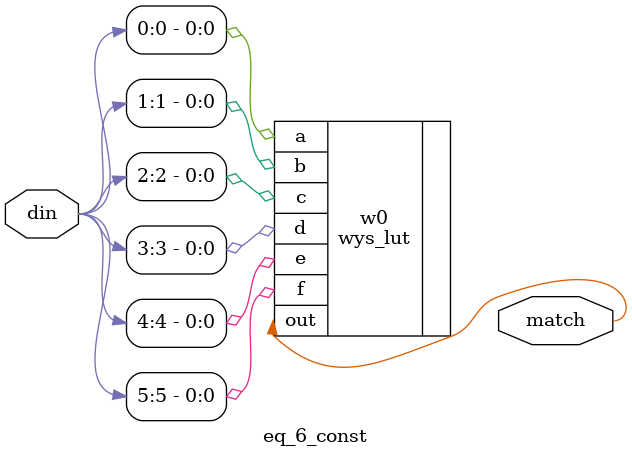
<source format=v>

`timescale 1 ps / 1 ps

module eq_6_const #(
	parameter TARGET_CHIP = 2,
	parameter VAL = 6'h5
)(
	input [5:0] din,
	output match
);

wys_lut w0 (
	.a(din[0]),
	.b(din[1]),
	.c(din[2]),
	.d(din[3]),
	.e(din[4]),
	.f(din[5]),
	.out (match)
);
defparam w0 .TARGET_CHIP = TARGET_CHIP;
defparam w0 .MASK = 64'h0 | (64'b1 << VAL[5:0]);

endmodule
// BENCHMARK INFO :  5SGXEA7N2F45C2ES
// BENCHMARK INFO :  Max depth :  1.0 LUTs
// BENCHMARK INFO :  Combinational ALUTs : 1
// BENCHMARK INFO :  Memory ALUTs : 0
// BENCHMARK INFO :  Dedicated logic registers : 0
// BENCHMARK INFO :  Total block memory bits : 0

</source>
